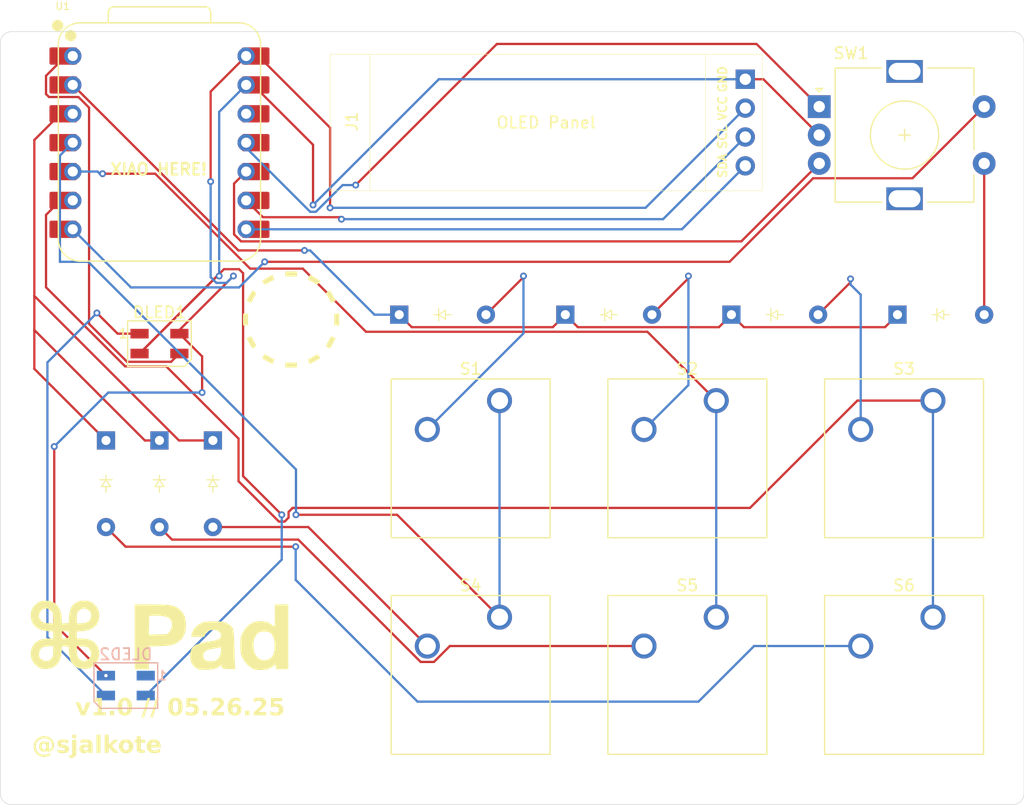
<source format=kicad_pcb>
(kicad_pcb (version 20241229) (generator "pcbnew") (generator_version "9.0")
  (title_block (title "⌘ Pad") (date "2025-05-26") (rev "1.0") (company "sjalkote"))
  (layers (0 "F.Cu" signal) (2 "B.Cu" signal) (13 "F.Paste" user) (15 "B.Paste" user) (5 "F.SilkS" user "F.Silkscreen") (7 "B.SilkS" user "B.Silkscreen") (1 "F.Mask" user) (3 "B.Mask" user) (25 "Edge.Cuts" user))
  (net 0 "")
  (net 1 "Net-(D1-A)")
  (net 2 "ROW_0")
  (net 3 "Net-(D2-A)")
  (net 4 "Net-(D3-A)")
  (net 5 "ROW_1")
  (net 6 "Net-(D4-A)")
  (net 7 "Net-(D5-A)")
  (net 8 "Net-(D6-A)")
  (net 9 "ROT_SWA")
  (net 10 "Net-(DLED1-DOUT)")
  (net 11 "SK6812")
  (net 12 "GND")
  (net 13 "+5V")
  (net 15 "SDA")
  (net 16 "SCL")
  (net 17 "COL_0")
  (net 18 "COL_1")
  (net 19 "COL_2")
  (net 20 "ROT_A")
  (net 21 "ROT_SWB")
  (net 22 "ROT_B")
  (footprint "ScottoKeebs_Components:Diode_DO-35" (layer "F.Cu") (at 151.3 107.963689 -90)
    (property "Reference" "D6" (hide yes))
    (property "Value" "Diode" (hide yes))
    (pad "1" thru_hole rect (at 0 0 270) (size 1.6 1.6) (drill 0.8) (layers "*.Cu" "*.Mask") (net 5 "ROW_1"))
    (pad "2" thru_hole oval (at 7.62 0 270) (size 1.6 1.6) (drill 0.8) (layers "*.Cu" "*.Mask") (net 8 "Net-(D6-A)"))
  )
  (footprint "LOGO" (layer "F.Cu") (at 155.90921 125.273823)
    (property "Reference" "G***" (hide yes))
    (property "Value" "LOGO" (hide yes))
  )
  (footprint "ScottoKeebs_Components:Diode_DO-35" (layer "F.Cu") (at 191.68 96.9)
    (property "Reference" "D2" (hide yes))
    (property "Value" "Diode" (hide yes))
    (pad "1" thru_hole rect (at 0 0) (size 1.6 1.6) (drill 0.8) (layers "*.Cu" "*.Mask") (net 2 "ROW_0"))
    (pad "2" thru_hole oval (at 7.62 0) (size 1.6 1.6) (drill 0.8) (layers "*.Cu" "*.Mask") (net 3 "Net-(D2-A)"))
  )
  (footprint "LED_SMD:LED_SK6812MINI_PLCC4_3.5x3.5mm_P1.75mm" (layer "F.Cu") (at 156 99.443094)
    (property "Reference" "DLED1" (at 0 -2.75 0) (layer "F.SilkS"))
    (property "Value" "SK6812MINI")
    (fp_text user "1" (at -3.2 -0.875 0) (layer "F.SilkS") (effects (font (size 0.8 0.8))))
    (pad "1" smd rect (at -1.75 -0.875) (size 1.6 0.85) (layers "F.Cu" "F.Mask" "F.Paste") (net 10 "Net-(DLED1-DOUT)"))
    (pad "2" smd rect (at -1.75 0.875) (size 1.6 0.85) (layers "F.Cu" "F.Mask" "F.Paste") (net 12 "GND"))
    (pad "3" smd rect (at 1.75 0.875) (size 1.6 0.85) (layers "F.Cu" "F.Mask" "F.Paste") (net 11 "SK6812"))
    (pad "4" smd rect (at 1.75 -0.875) (size 1.6 0.85) (layers "F.Cu" "F.Mask" "F.Paste") (net 13 "+5V"))
  )
  (footprint "Seeed Studio XIAO Series Library:XIAO-RP2040-DIP" (layer "F.Cu") (at 156 81.77)
    (property "Reference" "U1" (at -8.5 -12 0) (layer "F.SilkS") (effects (font (size 0.635 0.635) (thickness 0.1016))))
    (property "Value" "XIAO-RP2040-DIP")
    (pad "1" smd roundrect (at -8.455 -7.62 180) (size 2.432 1.524) (layers "F.Cu" "F.Mask") (roundrect_rratio 0.1) (net 11 "SK6812"))
    (pad "1" thru_hole circle (at -7.62 -7.62 180) (size 1.524 1.524) (drill 0.889) (layers "*.Cu" "*.Mask") (net 11 "SK6812"))
    (pad "2" smd roundrect (at -8.455 -5.08 180) (size 2.432 1.524) (layers "F.Cu" "F.Mask") (roundrect_rratio 0.1) (net 2 "ROW_0"))
    (pad "2" thru_hole circle (at -7.62 -5.08 180) (size 1.524 1.524) (drill 0.889) (layers "*.Cu" "*.Mask") (net 2 "ROW_0"))
    (pad "3" smd roundrect (at -8.455 -2.54 180) (size 2.432 1.524) (layers "F.Cu" "F.Mask") (roundrect_rratio 0.1) (net 5 "ROW_1"))
    (pad "3" thru_hole circle (at -7.62 -2.54 180) (size 1.524 1.524) (drill 0.889) (layers "*.Cu" "*.Mask") (net 5 "ROW_1"))
    (pad "4" smd roundrect (at -8.455 0 180) (size 2.432 1.524) (layers "F.Cu" "F.Mask") (roundrect_rratio 0.1) (net 17 "COL_0"))
    (pad "4" thru_hole circle (at -7.62 0 180) (size 1.524 1.524) (drill 0.889) (layers "*.Cu" "*.Mask") (net 17 "COL_0"))
    (pad "5" smd roundrect (at -8.455 2.54 180) (size 2.432 1.524) (layers "F.Cu" "F.Mask") (roundrect_rratio 0.1) (net 18 "COL_1"))
    (pad "5" thru_hole circle (at -7.62 2.54 180) (size 1.524 1.524) (drill 0.889) (layers "*.Cu" "*.Mask") (net 18 "COL_1"))
    (pad "6" smd roundrect (at -8.455 5.08 180) (size 2.432 1.524) (layers "F.Cu" "F.Mask") (roundrect_rratio 0.1) (net 19 "COL_2"))
    (pad "6" thru_hole circle (at -7.62 5.08 180) (size 1.524 1.524) (drill 0.889) (layers "*.Cu" "*.Mask") (net 19 "COL_2"))
    (pad "7" smd roundrect (at -8.455 7.62 180) (size 2.432 1.524) (layers "F.Cu" "F.Mask") (roundrect_rratio 0.1) (net 21 "ROT_SWB"))
    (pad "7" thru_hole circle (at -7.62 7.62 180) (size 1.524 1.524) (drill 0.889) (layers "*.Cu" "*.Mask") (net 21 "ROT_SWB"))
    (pad "8" thru_hole circle (at 7.62 7.62) (size 1.524 1.524) (drill 0.889) (layers "*.Cu" "*.Mask") (net 15 "SDA"))
    (pad "8" smd roundrect (at 8.455 7.62) (size 2.432 1.524) (layers "F.Cu" "F.Mask") (roundrect_rratio 0.1) (net 15 "SDA"))
    (pad "9" thru_hole circle (at 7.62 5.08) (size 1.524 1.524) (drill 0.889) (layers "*.Cu" "*.Mask") (net 16 "SCL"))
    (pad "9" smd roundrect (at 8.455 5.08) (size 2.432 1.524) (layers "F.Cu" "F.Mask") (roundrect_rratio 0.1) (net 16 "SCL"))
    (pad "10" thru_hole circle (at 7.62 2.54) (size 1.524 1.524) (drill 0.889) (layers "*.Cu" "*.Mask") (net 22 "ROT_B"))
    (pad "10" smd roundrect (at 8.455 2.54) (size 2.432 1.524) (layers "F.Cu" "F.Mask") (roundrect_rratio 0.1) (net 22 "ROT_B"))
    (pad "11" thru_hole circle (at 7.62 0) (size 1.524 1.524) (drill 0.889) (layers "*.Cu" "*.Mask") (net 20 "ROT_A"))
    (pad "11" smd roundrect (at 8.455 0) (size 2.432 1.524) (layers "F.Cu" "F.Mask") (roundrect_rratio 0.1) (net 20 "ROT_A"))
    (pad "12" thru_hole circle (at 7.62 -2.54) (size 1.524 1.524) (drill 0.889) (layers "*.Cu" "*.Mask"))
    (pad "12" smd roundrect (at 8.455 -2.54) (size 2.432 1.524) (layers "F.Cu" "F.Mask") (roundrect_rratio 0.1))
    (pad "13" thru_hole circle (at 7.62 -5.08) (size 1.524 1.524) (drill 0.889) (layers "*.Cu" "*.Mask") (net 12 "GND"))
    (pad "13" smd roundrect (at 8.455 -5.08) (size 2.432 1.524) (layers "F.Cu" "F.Mask") (roundrect_rratio 0.1) (net 12 "GND"))
    (pad "14" thru_hole circle (at 7.62 -7.62) (size 1.524 1.524) (drill 0.889) (layers "*.Cu" "*.Mask") (net 13 "+5V"))
    (pad "14" smd roundrect (at 8.455 -7.62) (size 2.432 1.524) (layers "F.Cu" "F.Mask") (roundrect_rratio 0.1) (net 13 "+5V"))
  )
  (footprint "ScottoKeebs_Components:Diode_DO-35" (layer "F.Cu") (at 160.7 107.963689 -90)
    (property "Reference" "D4" (hide yes))
    (property "Value" "Diode" (hide yes))
    (pad "1" thru_hole rect (at 0 0 270) (size 1.6 1.6) (drill 0.8) (layers "*.Cu" "*.Mask") (net 5 "ROW_1"))
    (pad "2" thru_hole oval (at 7.62 0 270) (size 1.6 1.6) (drill 0.8) (layers "*.Cu" "*.Mask") (net 6 "Net-(D4-A)"))
  )
  (footprint "ScottoKeebs_Components:Diode_DO-35" (layer "F.Cu") (at 206.28 96.9)
    (property "Reference" "D3" (hide yes))
    (property "Value" "Diode" (hide yes))
    (pad "1" thru_hole rect (at 0 0) (size 1.6 1.6) (drill 0.8) (layers "*.Cu" "*.Mask") (net 2 "ROW_0"))
    (pad "2" thru_hole oval (at 7.62 0) (size 1.6 1.6) (drill 0.8) (layers "*.Cu" "*.Mask") (net 4 "Net-(D3-A)"))
  )
  (footprint "Button_Switch_Keyboard:SW_Cherry_MX_1.00u_PCB" (layer "F.Cu") (at 204.94625 104.4575)
    (property "Reference" "S2" (at -2.54 -2.794 0) (layer "F.SilkS"))
    (property "Value" "Keyswitch")
    (pad "" np_thru_hole circle (at -7.62 5.08) (size 1.7 1.7) (drill 1.7) (layers "*.Cu" "*.Mask"))
    (pad "" np_thru_hole circle (at -2.54 5.08) (size 4 4) (drill 4) (layers "*.Cu" "*.Mask"))
    (pad "" np_thru_hole circle (at 2.54 5.08) (size 1.7 1.7) (drill 1.7) (layers "*.Cu" "*.Mask"))
    (pad "1" thru_hole circle (at 0 0) (size 2.2 2.2) (drill 1.5) (layers "*.Cu" "*.Mask") (net 18 "COL_1"))
    (pad "2" thru_hole circle (at -6.35 2.54) (size 2.2 2.2) (drill 1.5) (layers "*.Cu" "*.Mask") (net 3 "Net-(D2-A)"))
  )
  (footprint "Button_Switch_Keyboard:SW_Cherry_MX_1.00u_PCB" (layer "F.Cu") (at 185.89625 123.5075)
    (property "Reference" "S4" (at -2.54 -2.794 0) (layer "F.SilkS"))
    (property "Value" "Keyswitch")
    (pad "" np_thru_hole circle (at -7.62 5.08) (size 1.7 1.7) (drill 1.7) (layers "*.Cu" "*.Mask"))
    (pad "" np_thru_hole circle (at -2.54 5.08) (size 4 4) (drill 4) (layers "*.Cu" "*.Mask"))
    (pad "" np_thru_hole circle (at 2.54 5.08) (size 1.7 1.7) (drill 1.7) (layers "*.Cu" "*.Mask"))
    (pad "1" thru_hole circle (at 0 0) (size 2.2 2.2) (drill 1.5) (layers "*.Cu" "*.Mask") (net 17 "COL_0"))
    (pad "2" thru_hole circle (at -6.35 2.54) (size 2.2 2.2) (drill 1.5) (layers "*.Cu" "*.Mask") (net 6 "Net-(D4-A)"))
  )
  (footprint "Rotary_Encoder:RotaryEncoder_Alps_EC11E-Switch_Vertical_H20mm" (layer "F.Cu") (at 214 78.6)
    (property "Reference" "SW1" (at 2.8 -4.7 0) (layer "F.SilkS"))
    (property "Value" "RotaryEncoder_Switch")
    (pad "A" thru_hole rect (at 0 0) (size 2 2) (drill 1) (layers "*.Cu" "*.Mask") (net 20 "ROT_A"))
    (pad "B" thru_hole circle (at 0 5) (size 2 2) (drill 1) (layers "*.Cu" "*.Mask") (net 22 "ROT_B"))
    (pad "C" thru_hole circle (at 0 2.5) (size 2 2) (drill 1) (layers "*.Cu" "*.Mask") (net 12 "GND"))
    (pad "MP" thru_hole rect (at 7.5 -3.1) (size 3.2 2) (drill oval 2.8 1.5) (layers "*.Cu" "*.Mask"))
    (pad "MP" thru_hole rect (at 7.5 8.1) (size 3.2 2) (drill oval 2.8 1.5) (layers "*.Cu" "*.Mask"))
    (pad "S1" thru_hole circle (at 14.5 5) (size 2 2) (drill 1) (layers "*.Cu" "*.Mask") (net 9 "ROT_SWA"))
    (pad "S2" thru_hole circle (at 14.5 0) (size 2 2) (drill 1) (layers "*.Cu" "*.Mask") (net 21 "ROT_SWB"))
  )
  (footprint "ScottoKeebs_Components:Diode_DO-35" (layer "F.Cu") (at 156 107.963689 -90)
    (property "Reference" "D5" (hide yes))
    (property "Value" "Diode" (hide yes))
    (pad "1" thru_hole rect (at 0 0 270) (size 1.6 1.6) (drill 0.8) (layers "*.Cu" "*.Mask") (net 5 "ROW_1"))
    (pad "2" thru_hole oval (at 7.62 0 270) (size 1.6 1.6) (drill 0.8) (layers "*.Cu" "*.Mask") (net 7 "Net-(D5-A)"))
  )
  (footprint "0.91 OLED Display:SSD1306-0.91-OLED-4pin-128x32" (layer "F.Cu") (at 171 74)
    (property "Reference" "J1" (at 1.9 5.91 90) (layer "F.SilkS"))
    (property "Value" "OLED_128x32")
    (fp_text user "SCL" (at 34.5 7.27 270) (layer "F.SilkS") (effects (font (size 0.75 0.75))))
    (fp_text user "SDA" (at 34.5 9.81 270) (layer "F.SilkS") (effects (font (size 0.75 0.75))))
    (fp_text user "VCC" (at 34.5 4.73 270) (layer "F.SilkS") (effects (font (size 0.75 0.75))))
    (fp_text user "OLED Panel" (at 19 6 0) (layer "F.SilkS"))
    (fp_text user "GND" (at 34.5 2.19 270) (layer "F.SilkS") (effects (font (size 0.75 0.75))))
    (pad "1" thru_hole rect (at 36.5 2.19) (size 1.7 1.7) (drill 1) (layers "*.Cu" "*.Mask") (net 12 "GND"))
    (pad "2" thru_hole oval (at 36.5 4.73) (size 1.7 1.7) (drill 1) (layers "*.Cu" "*.Mask") (net 13 "+5V"))
    (pad "3" thru_hole oval (at 36.5 7.27) (size 1.7 1.7) (drill 1) (layers "*.Cu" "*.Mask") (net 16 "SCL"))
    (pad "4" thru_hole oval (at 36.5 9.81) (size 1.7 1.7) (drill 1) (layers "*.Cu" "*.Mask") (net 15 "SDA"))
  )
  (footprint "Button_Switch_Keyboard:SW_Cherry_MX_1.00u_PCB" (layer "F.Cu") (at 223.99625 104.4575)
    (property "Reference" "S3" (at -2.54 -2.794 0) (layer "F.SilkS"))
    (property "Value" "Keyswitch")
    (pad "" np_thru_hole circle (at -7.62 5.08) (size 1.7 1.7) (drill 1.7) (layers "*.Cu" "*.Mask"))
    (pad "" np_thru_hole circle (at -2.54 5.08) (size 4 4) (drill 4) (layers "*.Cu" "*.Mask"))
    (pad "" np_thru_hole circle (at 2.54 5.08) (size 1.7 1.7) (drill 1.7) (layers "*.Cu" "*.Mask"))
    (pad "1" thru_hole circle (at 0 0) (size 2.2 2.2) (drill 1.5) (layers "*.Cu" "*.Mask") (net 19 "COL_2"))
    (pad "2" thru_hole circle (at -6.35 2.54) (size 2.2 2.2) (drill 1.5) (layers "*.Cu" "*.Mask") (net 4 "Net-(D3-A)"))
  )
  (footprint "LOGO" (layer "F.Cu") (at 167.5 97.6)
    (property "Reference" "M3" (hide yes))
    (property "Value" "LOGO" (hide yes))
  )
  (footprint "Button_Switch_Keyboard:SW_Cherry_MX_1.00u_PCB" (layer "F.Cu") (at 223.99625 123.5075)
    (property "Reference" "S6" (at -2.54 -2.794 0) (layer "F.SilkS"))
    (property "Value" "Keyswitch")
    (pad "" np_thru_hole circle (at -7.62 5.08) (size 1.7 1.7) (drill 1.7) (layers "*.Cu" "*.Mask"))
    (pad "" np_thru_hole circle (at -2.54 5.08) (size 4 4) (drill 4) (layers "*.Cu" "*.Mask"))
    (pad "" np_thru_hole circle (at 2.54 5.08) (size 1.7 1.7) (drill 1.7) (layers "*.Cu" "*.Mask"))
    (pad "1" thru_hole circle (at 0 0) (size 2.2 2.2) (drill 1.5) (layers "*.Cu" "*.Mask") (net 19 "COL_2"))
    (pad "2" thru_hole circle (at -6.35 2.54) (size 2.2 2.2) (drill 1.5) (layers "*.Cu" "*.Mask") (net 8 "Net-(D6-A)"))
  )
  (footprint "Button_Switch_Keyboard:SW_Cherry_MX_1.00u_PCB" (layer "F.Cu") (at 185.89625 104.4575)
    (property "Reference" "S1" (at -2.54 -2.794 0) (layer "F.SilkS"))
    (property "Value" "Keyswitch")
    (pad "" np_thru_hole circle (at -7.62 5.08) (size 1.7 1.7) (drill 1.7) (layers "*.Cu" "*.Mask"))
    (pad "" np_thru_hole circle (at -2.54 5.08) (size 4 4) (drill 4) (layers "*.Cu" "*.Mask"))
    (pad "" np_thru_hole circle (at 2.54 5.08) (size 1.7 1.7) (drill 1.7) (layers "*.Cu" "*.Mask"))
    (pad "1" thru_hole circle (at 0 0) (size 2.2 2.2) (drill 1.5) (layers "*.Cu" "*.Mask") (net 17 "COL_0"))
    (pad "2" thru_hole circle (at -6.35 2.54) (size 2.2 2.2) (drill 1.5) (layers "*.Cu" "*.Mask") (net 1 "Net-(D1-A)"))
  )
  (footprint "Button_Switch_Keyboard:SW_Cherry_MX_1.00u_PCB" (layer "F.Cu") (at 204.94625 123.5075)
    (property "Reference" "S5" (at -2.54 -2.794 0) (layer "F.SilkS"))
    (property "Value" "Keyswitch")
    (pad "" np_thru_hole circle (at -7.62 5.08) (size 1.7 1.7) (drill 1.7) (layers "*.Cu" "*.Mask"))
    (pad "" np_thru_hole circle (at -2.54 5.08) (size 4 4) (drill 4) (layers "*.Cu" "*.Mask"))
    (pad "" np_thru_hole circle (at 2.54 5.08) (size 1.7 1.7) (drill 1.7) (layers "*.Cu" "*.Mask"))
    (pad "1" thru_hole circle (at 0 0) (size 2.2 2.2) (drill 1.5) (layers "*.Cu" "*.Mask") (net 18 "COL_1"))
    (pad "2" thru_hole circle (at -6.35 2.54) (size 2.2 2.2) (drill 1.5) (layers "*.Cu" "*.Mask") (net 7 "Net-(D5-A)"))
  )
  (footprint "ScottoKeebs_Components:Diode_DO-35" (layer "F.Cu") (at 220.88 96.9)
    (property "Reference" "D7" (hide yes))
    (property "Value" "Diode" (hide yes))
    (pad "1" thru_hole rect (at 0 0) (size 1.6 1.6) (drill 0.8) (layers "*.Cu" "*.Mask") (net 2 "ROW_0"))
    (pad "2" thru_hole oval (at 7.62 0) (size 1.6 1.6) (drill 0.8) (layers "*.Cu" "*.Mask") (net 9 "ROT_SWA"))
  )
  (footprint "MountingHole:MountingHole_3.2mm_M3" (layer "F.Cu") (at 167.576505 97.319477)
    (property "Reference" "M3x16mm" (hide yes))
    (property "Value" "MountingHole_3.2mm_M3")
    (pad "" np_thru_hole circle (at 0 0) (size 3.2 3.2) (drill 3.2) (layers "*.Cu" "*.Mask"))
  )
  (footprint "ScottoKeebs_Components:Diode_DO-35" (layer "F.Cu") (at 177.08 96.9)
    (property "Reference" "D1" (hide yes))
    (property "Value" "Diode" (hide yes))
    (pad "1" thru_hole rect (at 0 0) (size 1.6 1.6) (drill 0.8) (layers "*.Cu" "*.Mask") (net 2 "ROW_0"))
    (pad "2" thru_hole oval (at 7.62 0) (size 1.6 1.6) (drill 0.8) (layers "*.Cu" "*.Mask") (net 1 "Net-(D1-A)"))
  )
  (footprint "LED_SMD:LED_SK6812MINI_PLCC4_3.5x3.5mm_P1.75mm" (layer "B.Cu") (at 153.045 129.525 180)
    (property "Reference" "DLED2" (at 0 2.75 0) (layer "B.SilkS") (effects (justify mirror)))
    (property "Value" "SK6812MINI")
    (fp_text user "1" (at -3.2 0.875 0) (layer "B.SilkS") (effects (font (size 0.8 0.8)) (justify mirror)))
    (pad "1" smd rect (at -1.75 0.875 180) (size 1.6 0.85) (layers "B.Cu" "B.Mask" "B.Paste"))
    (pad "2" smd rect (at -1.75 -0.875 180) (size 1.6 0.85) (layers "B.Cu" "B.Mask" "B.Paste") (net 12 "GND"))
    (pad "3" smd rect (at 1.75 -0.875 180) (size 1.6 0.85) (layers "B.Cu" "B.Mask" "B.Paste") (net 10 "Net-(DLED1-DOUT)"))
    (pad "4" smd rect (at 1.75 0.875 180) (size 1.6 0.85) (layers "B.Cu" "B.Mask" "B.Paste") (net 13 "+5V"))
  )
  (gr_line (start 143.007107 72) (end 231 72) (stroke (width 0.05)) (layer "Edge.Cuts"))
  (gr_arc (start 231 72) (mid 231.707107 72.292893) (end 232 73) (stroke (width 0.05)) (layer "Edge.Cuts"))
  (gr_arc (start 143.007107 140) (mid 142.3 139.707107) (end 142.007107 139) (stroke (width 0.05)) (layer "Edge.Cuts"))
  (gr_line (start 231 140) (end 143.0071 140) (stroke (width 0.05)) (layer "Edge.Cuts"))
  (gr_line (start 142.007107 139) (end 142.007107 73) (stroke (width 0.05)) (layer "Edge.Cuts"))
  (gr_line (start 232 73) (end 232 139) (stroke (width 0.05)) (layer "Edge.Cuts"))
  (gr_arc (start 232 139) (mid 231.707107 139.707107) (end 231 140) (stroke (width 0.05)) (layer "Edge.Cuts"))
  (gr_arc (start 142.007107 73) (mid 142.3 72.292893) (end 143.007107 72) (stroke (width 0.05)) (layer "Edge.Cuts"))
  (gr_text "@sjalkote" (at 144.8 135.7 0) (layer "F.SilkS") (effects (font (size 1.5 1.5) (thickness 0.2) (bold yes)) (justify left bottom)))
  (gr_text "v1.0 // 05.26.25" (at 148.6 132.4 0) (layer "F.SilkS") (effects (font (size 1.5 1.5) (thickness 0.2) (bold yes)) (justify left bottom)))
  (gr_text "XIAO HERE!" (at 151.585715 84.7 0) (layer "F.SilkS") (effects (font (size 1 1) (thickness 0.2) (bold yes)) (justify left bottom)))
  (segment (start 188 93.6) (end 188 93.5) (width 0.2) (layer "F.Cu") (net 1))
  (segment (start 184.7 96.9) (end 188 93.6) (width 0.2) (layer "F.Cu") (net 1))
  (via (at 188 93.5) (size 0.6) (drill 0.3) (layers "F.Cu" "B.Cu") (net 1))
  (segment (start 188 98.54375) (end 179.54625 106.9975) (width 0.2) (layer "B.Cu") (net 1))
  (segment (start 188 93.5) (end 188 98.54375) (width 0.2) (layer "B.Cu") (net 1))
  (segment (start 219.779 98.001) (end 220.88 96.9) (width 0.2) (layer "F.Cu") (net 2))
  (segment (start 162.94 91.25) (end 168.75 91.25) (width 0.2) (layer "F.Cu") (net 2))
  (segment (start 148.38 76.69) (end 162.94 91.25) (width 0.2) (layer "F.Cu") (net 2))
  (segment (start 190.579 98.001) (end 191.68 96.9) (width 0.2) (layer "F.Cu") (net 2))
  (segment (start 205.179 98.001) (end 206.28 96.9) (width 0.2) (layer "F.Cu") (net 2))
  (segment (start 191.68 96.9) (end 192.781 98.001) (width 0.2) (layer "F.Cu") (net 2))
  (segment (start 206.28 96.9) (end 207.381 98.001) (width 0.2) (layer "F.Cu") (net 2))
  (segment (start 207.381 98.001) (end 219.779 98.001) (width 0.2) (layer "F.Cu") (net 2))
  (segment (start 178.181 98.001) (end 190.579 98.001) (width 0.2) (layer "F.Cu") (net 2))
  (segment (start 192.781 98.001) (end 205.179 98.001) (width 0.2) (layer "F.Cu") (net 2))
  (segment (start 177.08 96.9) (end 178.181 98.001) (width 0.2) (layer "F.Cu") (net 2))
  (via (at 168.75 91.25) (size 0.6) (drill 0.3) (layers "F.Cu" "B.Cu") (net 2))
  (segment (start 168.75 91.25) (end 169.25 91.25) (width 0.2) (layer "B.Cu") (net 2))
  (segment (start 169.25 91.25) (end 174.9 96.9) (width 0.2) (layer "B.Cu") (net 2))
  (segment (start 174.9 96.9) (end 177.08 96.9) (width 0.2) (layer "B.Cu") (net 2))
  (segment (start 199.3 96.9) (end 202.5 93.7) (width 0.2) (layer "F.Cu") (net 3))
  (segment (start 202.5 93.7) (end 202.5 93.5) (width 0.2) (layer "F.Cu") (net 3))
  (via (at 202.5 93.5) (size 0.6) (drill 0.3) (layers "F.Cu" "B.Cu") (net 3))
  (segment (start 202.5 93.5) (end 202.5 103.09375) (width 0.2) (layer "B.Cu") (net 3))
  (segment (start 202.5 103.09375) (end 198.59625 106.9975) (width 0.2) (layer "B.Cu") (net 3))
  (segment (start 216.75 94.05) (end 216.75 93.75) (width 0.2) (layer "F.Cu") (net 4))
  (segment (start 213.9 96.9) (end 216.75 94.05) (width 0.2) (layer "F.Cu") (net 4))
  (via (at 216.75 93.75) (size 0.6) (drill 0.3) (layers "F.Cu" "B.Cu") (net 4))
  (segment (start 216.75 94.25) (end 217.64625 95.14625) (width 0.2) (layer "B.Cu") (net 4))
  (segment (start 217.64625 95.14625) (end 217.64625 106.9975) (width 0.2) (layer "B.Cu") (net 4))
  (segment (start 216.75 93.75) (end 216.75 94.25) (width 0.2) (layer "B.Cu") (net 4))
  (segment (start 145 98.25) (end 145 95.25) (width 0.2) (layer "F.Cu") (net 5))
  (segment (start 157.713689 107.963689) (end 145 95.25) (width 0.2) (layer "F.Cu") (net 5))
  (segment (start 145 95.25) (end 145 81.53237) (width 0.2) (layer "F.Cu") (net 5))
  (segment (start 156 107.963689) (end 154.713689 107.963689) (width 0.2) (layer "F.Cu") (net 5))
  (segment (start 154.713689 107.963689) (end 145 98.25) (width 0.2) (layer "F.Cu") (net 5))
  (segment (start 160.7 107.963689) (end 157.713689 107.963689) (width 0.2) (layer "F.Cu") (net 5))
  (segment (start 151.3 107.963689) (end 145 101.663689) (width 0.2) (layer "F.Cu") (net 5))
  (segment (start 145 101.663689) (end 145 98.25) (width 0.2) (layer "F.Cu") (net 5))
  (segment (start 145 81.53237) (end 147.30237 79.23) (width 0.2) (layer "F.Cu") (net 5))
  (segment (start 147.30237 79.23) (end 148.38 79.23) (width 0.2) (layer "F.Cu") (net 5))
  (segment (start 179.54625 126.0475) (end 169.082439 115.583689) (width 0.2) (layer "F.Cu") (net 6))
  (segment (start 169.082439 115.583689) (end 160.7 115.583689) (width 0.2) (layer "F.Cu") (net 6))
  (segment (start 168.202125 116.684689) (end 157.101 116.684689) (width 0.2) (layer "F.Cu") (net 7))
  (segment (start 178.965936 127.4485) (end 168.202125 116.684689) (width 0.2) (layer "F.Cu") (net 7))
  (segment (start 181.527564 126.0475) (end 180.126564 127.4485) (width 0.2) (layer "F.Cu") (net 7))
  (segment (start 180.126564 127.4485) (end 178.965936 127.4485) (width 0.2) (layer "F.Cu") (net 7))
  (segment (start 198.59625 126.0475) (end 181.527564 126.0475) (width 0.2) (layer "F.Cu") (net 7))
  (segment (start 157.101 116.684689) (end 156 115.583689) (width 0.2) (layer "F.Cu") (net 7))
  (segment (start 153.024202 117.307891) (end 151.3 115.583689) (width 0.2) (layer "F.Cu") (net 8))
  (segment (start 167.976798 117.307891) (end 153.024202 117.307891) (width 0.2) (layer "F.Cu") (net 8))
  (via (at 167.976798 117.307891) (size 0.6) (drill 0.3) (layers "F.Cu" "B.Cu") (net 8))
  (segment (start 178.6885 130.9385) (end 167.976798 120.226798) (width 0.2) (layer "B.Cu") (net 8))
  (segment (start 203.380066 130.9385) (end 178.6885 130.9385) (width 0.2) (layer "B.Cu") (net 8))
  (segment (start 208.271066 126.0475) (end 203.380066 130.9385) (width 0.2) (layer "B.Cu") (net 8))
  (segment (start 167.976798 120.226798) (end 167.976798 117.307891) (width 0.2) (layer "B.Cu") (net 8))
  (segment (start 217.64625 126.0475) (end 208.271066 126.0475) (width 0.2) (layer "B.Cu") (net 8))
  (segment (start 228.5 96.9) (end 228.5 83.6) (width 0.2) (layer "F.Cu") (net 9))
  (segment (start 152.318094 98.568094) (end 150.5 96.75) (width 0.2) (layer "F.Cu") (net 10))
  (segment (start 154.25 98.568094) (end 152.318094 98.568094) (width 0.2) (layer "F.Cu") (net 10))
  (via (at 150.5 96.75) (size 0.6) (drill 0.3) (layers "F.Cu" "B.Cu") (net 10))
  (segment (start 146.149 101.101) (end 146.149 125.254) (width 0.2) (layer "B.Cu") (net 10))
  (segment (start 150.5 96.75) (end 146.149 101.101) (width 0.2) (layer "B.Cu") (net 10))
  (segment (start 146.149 125.254) (end 151.295 130.4) (width 0.2) (layer "B.Cu") (net 10))
  (segment (start 146.028 75.888374) (end 147.766374 74.15) (width 0.2) (layer "F.Cu") (net 11))
  (segment (start 149.81145 78.68855) (end 148.8759 77.753) (width 0.2) (layer "F.Cu") (net 11))
  (segment (start 147.766374 74.15) (end 148.38 74.15) (width 0.2) (layer "F.Cu") (net 11))
  (segment (start 157.024 101.044094) (end 153.149 101.044094) (width 0.2) (layer "F.Cu") (net 11))
  (segment (start 157.75 100.318094) (end 157.024 101.044094) (width 0.2) (layer "F.Cu") (net 11))
  (segment (start 153.149 101.044094) (end 149.81145 97.706544) (width 0.2) (layer "F.Cu") (net 11))
  (segment (start 146.289374 77.753) (end 146.028 77.491626) (width 0.2) (layer "F.Cu") (net 11))
  (segment (start 148.8759 77.753) (end 146.289374 77.753) (width 0.2) (layer "F.Cu") (net 11))
  (segment (start 149.81145 97.706544) (end 149.81145 78.68855) (width 0.2) (layer "F.Cu") (net 11))
  (segment (start 146.028 77.491626) (end 146.028 75.888374) (width 0.2) (layer "F.Cu") (net 11))
  (segment (start 161.669094 92.899) (end 154.25 100.318094) (width 0.2) (layer "F.Cu") (net 12))
  (segment (start 154.25 100.318094) (end 161.068094 93.5) (width 0.2) (layer "F.Cu") (net 12))
  (segment (start 166.75 114.5) (end 163.351 111.101) (width 0.2) (layer "F.Cu") (net 12))
  (segment (start 214 81.1) (end 209.09 76.19) (width 0.2) (layer "F.Cu") (net 12))
  (segment (start 162.998943 92.899) (end 161.669094 92.899) (width 0.2) (layer "F.Cu") (net 12))
  (segment (start 169.5 87.25) (end 169.5 81.956374) (width 0.2) (layer "F.Cu") (net 12))
  (segment (start 161.068094 93.5) (end 161.25 93.5) (width 0.2) (layer "F.Cu") (net 12))
  (segment (start 163.351 93.251057) (end 162.998943 92.899) (width 0.2) (layer "F.Cu") (net 12))
  (segment (start 164.233626 76.69) (end 163.62 76.69) (width 0.2) (layer "F.Cu") (net 12))
  (segment (start 163.351 111.101) (end 163.351 93.251057) (width 0.2) (layer "F.Cu") (net 12))
  (segment (start 209.09 76.19) (end 207.5 76.19) (width 0.2) (layer "F.Cu") (net 12))
  (segment (start 169.5 81.956374) (end 164.233626 76.69) (width 0.2) (layer "F.Cu") (net 12))
  (via (at 161.25 93.5) (size 0.6) (drill 0.3) (layers "F.Cu" "B.Cu") (net 12))
  (via (at 166.75 114.5) (size 0.6) (drill 0.3) (layers "F.Cu" "B.Cu") (net 12))
  (via (at 169.5 87.25) (size 0.6) (drill 0.3) (layers "F.Cu" "B.Cu") (net 12))
  (segment (start 207.5 76.19) (end 180.56 76.19) (width 0.2) (layer "B.Cu") (net 12))
  (segment (start 180.56 76.19) (end 169.5 87.25) (width 0.2) (layer "B.Cu") (net 12))
  (segment (start 154.795 130.4) (end 166.75 118.445) (width 0.2) (layer "B.Cu") (net 12))
  (segment (start 161.25 79.06) (end 163.62 76.69) (width 0.2) (layer "B.Cu") (net 12))
  (segment (start 161.25 93.5) (end 161.25 79.06) (width 0.2) (layer "B.Cu") (net 12))
  (segment (start 166.75 118.445) (end 166.75 114.5) (width 0.2) (layer "B.Cu") (net 12))
  (segment (start 160.5 85.187) (end 160.5 77.27) (width 0.2) (layer "F.Cu") (net 13))
  (segment (start 157.75 98.568094) (end 159.75 100.568094) (width 0.2) (layer "F.Cu") (net 13))
  (segment (start 146.75 124.105) (end 151.295 128.65) (width 0.2) (layer "F.Cu") (net 13))
  (segment (start 164.69763 74.15) (end 163.62 74.15) (width 0.2) (layer "F.Cu") (net 13))
  (segment (start 171 87.5) (end 171 80.45237) (width 0.2) (layer "F.Cu") (net 13))
  (segment (start 159.75 100.568094) (end 159.75 103.75) (width 0.2) (layer "F.Cu") (net 13))
  (segment (start 160.5 77.27) (end 163.62 74.15) (width 0.2) (layer "F.Cu") (net 13))
  (segment (start 171 80.45237) (end 164.69763 74.15) (width 0.2) (layer "F.Cu") (net 13))
  (segment (start 146.75 108.5) (end 146.75 124.105) (width 0.2) (layer "F.Cu") (net 13))
  (segment (start 157.75 98.568094) (end 157.75 98.25) (width 0.2) (layer "F.Cu") (net 13))
  (segment (start 157.75 98.25) (end 162.5 93.5) (width 0.2) (layer "F.Cu") (net 13))
  (via (at 159.75 103.75) (size 0.6) (drill 0.3) (layers "F.Cu" "B.Cu") (net 13))
  (via (at 160.5 85.187) (size 0.6) (drill 0.3) (layers "F.Cu" "B.Cu") (net 13))
  (via (at 146.75 108.5) (size 0.6) (drill 0.3) (layers "F.Cu" "B.Cu") (net 13))
  (via (at 162.5 93.5) (size 0.6) (drill 0.3) (layers "F.Cu" "B.Cu") (net 13))
  (via (at 171 87.5) (size 0.6) (drill 0.3) (layers "F.Cu" "B.Cu") (net 13))
  (via (at 151.295 128.65) (size 0.6) (drill 0.3) (layers "F.Cu" "B.Cu") (net 13))
  (segment (start 151.5 103.75) (end 146.75 108.5) (width 0.2) (layer "B.Cu") (net 13))
  (segment (start 161.899 94.101) (end 161.001057 94.101) (width 0.2) (layer "B.Cu") (net 13))
  (segment (start 161.001057 94.101) (end 160.5 93.599943) (width 0.2) (layer "B.Cu") (net 13))
  (segment (start 159.75 103.75) (end 151.5 103.75) (width 0.2) (layer "B.Cu") (net 13))
  (segment (start 162.5 93.5) (end 161.899 94.101) (width 0.2) (layer "B.Cu") (net 13))
  (segment (start 207.5 78.73) (end 198.73 87.5) (width 0.2) (layer "B.Cu") (net 13))
  (segment (start 160.5 93.599943) (end 160.5 85.187) (width 0.2) (layer "B.Cu") (net 13))
  (segment (start 198.73 87.5) (end 171 87.5) (width 0.2) (layer "B.Cu") (net 13))
  (segment (start 207.5 83.81) (end 201.92 89.39) (width 0.2) (layer "B.Cu") (net 15))
  (segment (start 201.92 89.39) (end 163.62 89.39) (width 0.2) (layer "B.Cu") (net 15))
  (segment (start 165.097 88.327) (end 163.62 86.85) (width 0.2) (layer "F.Cu") (net 16))
  (segment (start 172 88.5) (end 171.827 88.327) (width 0.2) (layer "F.Cu") (net 16))
  (segment (start 171.827 88.327) (end 165.097 88.327) (width 0.2) (layer "F.Cu") (net 16))
  (via (at 172 88.5) (size 0.6) (drill 0.3) (layers "F.Cu" "B.Cu") (net 16))
  (segment (start 207.5 81.27) (end 200.27 88.5) (width 0.2) (layer "B.Cu") (net 16))
  (segment (start 200.27 88.5) (end 172 88.5) (width 0.2) (layer "B.Cu") (net 16))
  (segment (start 176.88875 114.5) (end 168 114.5) (width 0.2) (layer "F.Cu") (net 17))
  (segment (start 185.89625 123.5075) (end 176.88875 114.5) (width 0.2) (layer "F.Cu") (net 17))
  (via (at 168 114.5) (size 0.6) (drill 0.3) (layers "F.Cu" "B.Cu") (net 17))
  (segment (start 168 114.5) (end 168 110.51331) (width 0.2) (layer "B.Cu") (net 17))
  (segment (start 168 110.51331) (end 149.73669 92.25) (width 0.2) (layer "B.Cu") (net 17))
  (segment (start 185.89625 104.4575) (end 185.89625 123.5075) (width 0.2) (layer "B.Cu") (net 17))
  (segment (start 147.25 82.9) (end 148.38 81.77) (width 0.2) (layer "B.Cu") (net 17))
  (segment (start 147.25 92.25) (end 147.25 82.9) (width 0.2) (layer "B.Cu") (net 17))
  (segment (start 149.73669 92.25) (end 147.25 92.25) (width 0.2) (layer "B.Cu") (net 17))
  (segment (start 163.9739 92.851) (end 155.6229 84.5) (width 0.2) (layer "F.Cu") (net 18))
  (segment (start 168.601 92.851) (end 163.9739 92.851) (width 0.2) (layer "F.Cu") (net 18))
  (segment (start 155.6229 84.5) (end 151 84.5) (width 0.2) (layer "F.Cu") (net 18))
  (segment (start 198.89075 98.402) (end 174.152 98.402) (width 0.2) (layer "F.Cu") (net 18))
  (segment (start 174.152 98.402) (end 168.601 92.851) (width 0.2) (layer "F.Cu") (net 18))
  (segment (start 204.94625 104.4575) (end 198.89075 98.402) (width 0.2) (layer "F.Cu") (net 18))
  (via (at 151 84.5) (size 0.6) (drill 0.3) (layers "F.Cu" "B.Cu") (net 18))
  (segment (start 151 84.5) (end 150.75 84.5) (width 0.2) (layer "B.Cu") (net 18))
  (segment (start 150.75 84.5) (end 150.56 84.31) (width 0.2) (layer "B.Cu") (net 18))
  (segment (start 204.94625 104.4575) (end 204.94625 123.5075) (width 0.2) (layer "B.Cu") (net 18))
  (segment (start 150.56 84.31) (end 148.38 84.31) (width 0.2) (layer "B.Cu") (net 18))
  (segment (start 223.99625 104.4575) (end 217.353 104.4575) (width 0.2) (layer "F.Cu") (net 19))
  (segment (start 217.353 104.4575) (end 207.9115 113.899) (width 0.2) (layer "F.Cu") (net 19))
  (segment (start 146.028 94.490194) (end 146.028 88.12437) (width 0.2) (layer "F.Cu") (net 19))
  (segment (start 162.95 107.799943) (end 156.595151 101.445094) (width 0.2) (layer "F.Cu") (net 19))
  (segment (start 162.95 111.549943) (end 162.95 107.799943) (width 0.2) (layer "F.Cu") (net 19))
  (segment (start 167.703057 113.899) (end 167.351 114.251057) (width 0.2) (layer "F.Cu") (net 19))
  (segment (start 146.028 88.12437) (end 147.30237 86.85) (width 0.2) (layer "F.Cu") (net 19))
  (segment (start 147.30237 86.85) (end 148.38 86.85) (width 0.2) (layer "F.Cu") (net 19))
  (segment (start 167.351 114.251057) (end 167.351 114.748943) (width 0.2) (layer "F.Cu") (net 19))
  (segment (start 166.501057 115.101) (end 162.95 111.549943) (width 0.2) (layer "F.Cu") (net 19))
  (segment (start 166.998943 115.101) (end 166.501057 115.101) (width 0.2) (layer "F.Cu") (net 19))
  (segment (start 167.351 114.748943) (end 166.998943 115.101) (width 0.2) (layer "F.Cu") (net 19))
  (segment (start 152.9829 101.445094) (end 146.028 94.490194) (width 0.2) (layer "F.Cu") (net 19))
  (segment (start 156.595151 101.445094) (end 152.9829 101.445094) (width 0.2) (layer "F.Cu") (net 19))
  (segment (start 207.9115 113.899) (end 167.703057 113.899) (width 0.2) (layer "F.Cu") (net 19))
  (segment (start 223.99625 104.4575) (end 223.99625 123.5075) (width 0.2) (layer "B.Cu") (net 19))
  (segment (start 214 78.6) (end 208.487 73.087) (width 0.2) (layer "F.Cu") (net 20))
  (segment (start 208.487 73.087) (end 185.663 73.087) (width 0.2) (layer "F.Cu") (net 20))
  (segment (start 185.663 73.087) (end 173.25 85.5) (width 0.2) (layer "F.Cu") (net 20))
  (via (at 173.25 85.5) (size 0.6) (drill 0.3) (layers "F.Cu" "B.Cu") (net 20))
  (segment (start 169.251057 87.851) (end 163.62 82.219943) (width 0.2) (layer "B.Cu") (net 20))
  (segment (start 163.62 82.219943) (end 163.62 81.77) (width 0.2) (layer "B.Cu") (net 20))
  (segment (start 173.25 85.5) (end 172.099943 85.5) (width 0.2) (layer "B.Cu") (net 20))
  (segment (start 169.748943 87.851) (end 169.251057 87.851) (width 0.2) (layer "B.Cu") (net 20))
  (segment (start 172.099943 85.5) (end 169.748943 87.851) (width 0.2) (layer "B.Cu") (net 20))
  (segment (start 213.461108 84.901) (end 206.112108 92.25) (width 0.2) (layer "F.Cu") (net 21))
  (segment (start 222.199 84.901) (end 213.461108 84.901) (width 0.2) (layer "F.Cu") (net 21))
  (segment (start 206.112108 92.25) (end 165.25 92.25) (width 0.2) (layer "F.Cu") (net 21))
  (segment (start 228.5 78.6) (end 222.199 84.901) (width 0.2) (layer "F.Cu") (net 21))
  (via (at 165.25 92.25) (size 0.6) (drill 0.3) (layers "F.Cu" "B.Cu") (net 21))
  (segment (start 162.998 94.502) (end 153.492 94.502) (width 0.2) (layer "B.Cu") (net 21))
  (segment (start 153.492 94.502) (end 148.38 89.39) (width 0.2) (layer "B.Cu") (net 21))
  (segment (start 165.25 92.25) (end 162.998 94.502) (width 0.2) (layer "B.Cu") (net 21))
  (segment (start 162.557 85.373) (end 163.62 84.31) (width 0.2) (layer "F.Cu") (net 22))
  (segment (start 162.557 89.83031) (end 162.557 85.373) (width 0.2) (layer "F.Cu") (net 22))
  (segment (start 163.17969 90.453) (end 162.557 89.83031) (width 0.2) (layer "F.Cu") (net 22))
  (segment (start 207.147 90.453) (end 163.17969 90.453) (width 0.2) (layer "F.Cu") (net 22))
  (segment (start 214 83.6) (end 207.147 90.453) (width 0.2) (layer "F.Cu") (net 22))
)
</source>
